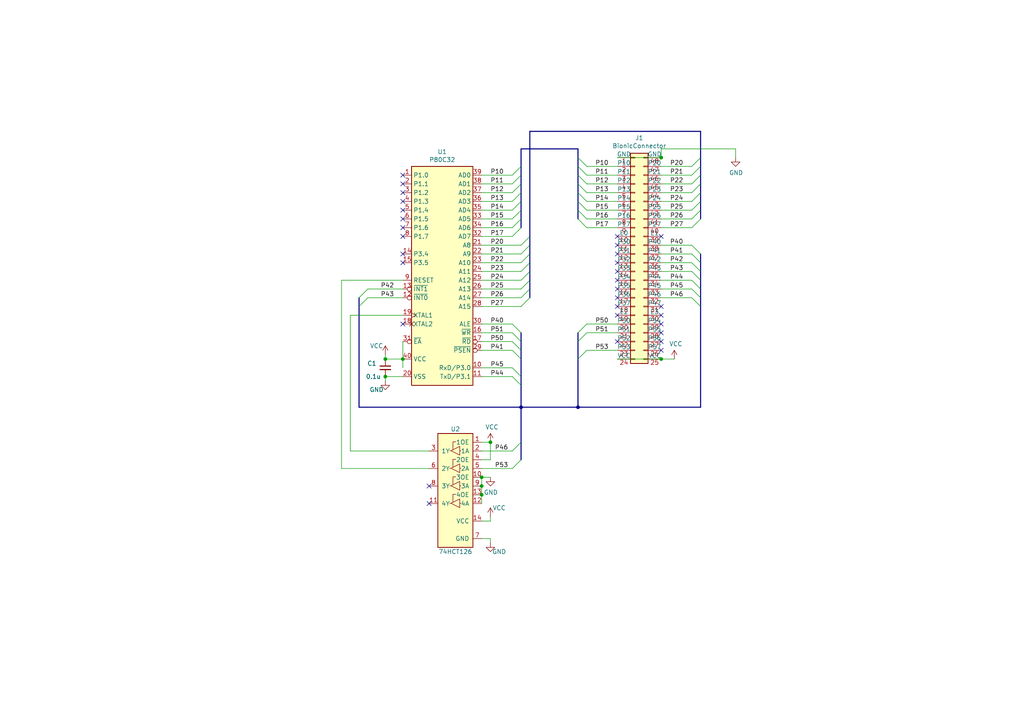
<source format=kicad_sch>
(kicad_sch (version 20211123) (generator eeschema)
  (paper "A4")
  (title_block (title "BionicP8051 Mezzanine") (date "2022-01-18") (rev "1") (company "Tadashi G. Takaoka"))
  (lib_symbols
    (symbol "0-LocalLibrary:74HCT126" (pin_names (offset 1.016))
      (property "Reference" "U" (at 0 16.51 0))
      (property "Value" "74HCT126" (at 0 -19.05 0))
      (symbol "74HCT126_0_1"
        (polyline (pts (xy -1.2954 10.2108) (xy -1.6002 10.2108)))
        (polyline (pts (xy 1.2954 10.2362) (xy 1.651 10.2362)))
        (polyline (pts (xy 0.7112 10.5664) (xy 0.7112 12.827) (xy -0.127 12.827) (xy -0.1016 12.827)))
      )
      (symbol "74HCT126_1_0"
        (polyline (pts (xy 1.27 10.2362) (xy -1.27 11.5062) (xy -1.27 8.9662) (xy 1.27 10.2362)) (stroke (width 0.1524)))
        (pin input line (at -7.62 12.7 0) (length 2.54) (name "1OE") (number "1"))
        (pin input line (at -7.62 2.54 0) (length 2.54) (name "3OE") (number "10"))
        (pin tri_state line (at 7.62 -5.08 180) (length 2.54) (name "4Y") (number "11"))
        (pin input line (at -7.62 -5.08 0) (length 2.54) (name "4A") (number "12"))
        (pin input line (at -7.62 -2.54 0) (length 2.54) (name "4OE") (number "13"))
        (pin power_in line (at -7.62 -10.16 0) (length 2.54) (name "VCC") (number "14"))
        (pin input line (at -7.62 10.16 0) (length 2.54) (name "1A") (number "2"))
        (pin tri_state line (at 7.62 10.16 180) (length 2.54) (name "1Y") (number "3"))
        (pin input line (at -7.62 7.62 0) (length 2.54) (name "2OE") (number "4"))
        (pin input line (at -7.62 5.08 0) (length 2.54) (name "2A") (number "5"))
        (pin tri_state line (at 7.62 5.08 180) (length 2.54) (name "2Y") (number "6"))
        (pin power_in line (at -7.62 -15.24 0) (length 2.54) (name "GND") (number "7"))
        (pin tri_state line (at 7.62 0 180) (length 2.54) (name "3Y") (number "8"))
        (pin input line (at -7.62 0 0) (length 2.54) (name "3A") (number "9"))
      )
      (symbol "74HCT126_1_1"
        (rectangle (start -5.08 15.24) (end 5.08 -17.78) (stroke (width 0.254)) (fill (type background)))
        (polyline (pts (xy -1.2954 -5.0292) (xy -1.6002 -5.0292)))
        (polyline (pts (xy -1.2954 0.0508) (xy -1.6002 0.0508)))
        (polyline (pts (xy -1.2954 5.1308) (xy -1.6002 5.1308)))
        (polyline (pts (xy 1.2954 -5.0038) (xy 1.651 -5.0038)))
        (polyline (pts (xy 1.2954 0.0762) (xy 1.651 0.0762)))
        (polyline (pts (xy 1.2954 5.1562) (xy 1.651 5.1562)))
        (polyline (pts (xy 0.7112 -4.6736) (xy 0.7112 -2.413) (xy -0.127 -2.413) (xy -0.1016 -2.413)))
        (polyline (pts (xy 0.7112 0.4064) (xy 0.7112 2.667) (xy -0.127 2.667) (xy -0.1016 2.667)))
        (polyline (pts (xy 0.7112 5.4864) (xy 0.7112 7.747) (xy -0.127 7.747) (xy -0.1016 7.747)))
        (polyline (pts (xy 1.27 -5.0038) (xy -1.27 -3.7338) (xy -1.27 -6.2738) (xy 1.27 -5.0038)) (stroke (width 0.1524)))
        (polyline (pts (xy 1.27 0.0762) (xy -1.27 1.3462) (xy -1.27 -1.1938) (xy 1.27 0.0762)) (stroke (width 0.1524)))
        (polyline (pts (xy 1.27 5.1562) (xy -1.27 6.4262) (xy -1.27 3.8862) (xy 1.27 5.1562)) (stroke (width 0.1524)))
      )
    )
    (symbol "0-LocalLibrary:BionicConnector" (pin_names (offset 0))
      (property "Reference" "J" (at 1.27 30.48 0))
      (property "Value" "BionicConnector" (at 3.81 33.02 0))
      (symbol "BionicConnector_1_1"
        (rectangle (start -1.27 -30.353) (end 0 -30.607) (stroke (width 0.1524)))
        (rectangle (start -1.27 -27.813) (end 0 -28.067) (stroke (width 0.1524)))
        (rectangle (start -1.27 -25.273) (end 0 -25.527) (stroke (width 0.1524)))
        (rectangle (start -1.27 -22.733) (end 0 -22.987) (stroke (width 0.1524)))
        (rectangle (start -1.27 -20.193) (end 0 -20.447) (stroke (width 0.1524)))
        (rectangle (start -1.27 -17.653) (end 0 -17.907) (stroke (width 0.1524)))
        (rectangle (start -1.27 -15.113) (end 0 -15.367) (stroke (width 0.1524)))
        (rectangle (start -1.27 -12.573) (end 0 -12.827) (stroke (width 0.1524)))
        (rectangle (start -1.27 -10.033) (end 0 -10.287) (stroke (width 0.1524)))
        (rectangle (start -1.27 -7.493) (end 0 -7.747) (stroke (width 0.1524)))
        (rectangle (start -1.27 -4.953) (end 0 -5.207) (stroke (width 0.1524)))
        (rectangle (start -1.27 -2.413) (end 0 -2.667) (stroke (width 0.1524)))
        (rectangle (start -1.27 0.127) (end 0 -0.127) (stroke (width 0.1524)))
        (rectangle (start -1.27 2.667) (end 0 2.413) (stroke (width 0.1524)))
        (rectangle (start -1.27 5.207) (end 0 4.953) (stroke (width 0.1524)))
        (rectangle (start -1.27 7.747) (end 0 7.493) (stroke (width 0.1524)))
        (rectangle (start -1.27 10.287) (end 0 10.033) (stroke (width 0.1524)))
        (rectangle (start -1.27 12.827) (end 0 12.573) (stroke (width 0.1524)))
        (rectangle (start -1.27 15.367) (end 0 15.113) (stroke (width 0.1524)))
        (rectangle (start -1.27 17.907) (end 0 17.653) (stroke (width 0.1524)))
        (rectangle (start -1.27 20.447) (end 0 20.193) (stroke (width 0.1524)))
        (rectangle (start -1.27 22.987) (end 0 22.733) (stroke (width 0.1524)))
        (rectangle (start -1.27 25.527) (end 0 25.273) (stroke (width 0.1524)))
        (rectangle (start -1.27 28.067) (end 0 27.813) (stroke (width 0.1524)))
        (rectangle (start -1.27 29.21) (end 3.81 -31.75) (stroke (width 0.254)) (fill (type background)))
        (rectangle (start 3.81 -30.353) (end 2.54 -30.607) (stroke (width 0.1524)))
        (rectangle (start 3.81 -27.813) (end 2.54 -28.067) (stroke (width 0.1524)))
        (rectangle (start 3.81 -25.273) (end 2.54 -25.527) (stroke (width 0.1524)))
        (rectangle (start 3.81 -22.733) (end 2.54 -22.987) (stroke (width 0.1524)))
        (rectangle (start 3.81 -20.193) (end 2.54 -20.447) (stroke (width 0.1524)))
        (rectangle (start 3.81 -17.653) (end 2.54 -17.907) (stroke (width 0.1524)))
        (rectangle (start 3.81 -15.113) (end 2.54 -15.367) (stroke (width 0.1524)))
        (rectangle (start 3.81 -12.573) (end 2.54 -12.827) (stroke (width 0.1524)))
        (rectangle (start 3.81 -10.033) (end 2.54 -10.287) (stroke (width 0.1524)))
        (rectangle (start 3.81 -7.493) (end 2.54 -7.747) (stroke (width 0.1524)))
        (rectangle (start 3.81 -4.953) (end 2.54 -5.207) (stroke (width 0.1524)))
        (rectangle (start 3.81 -2.413) (end 2.54 -2.667) (stroke (width 0.1524)))
        (rectangle (start 3.81 0.127) (end 2.54 -0.127) (stroke (width 0.1524)))
        (rectangle (start 3.81 2.667) (end 2.54 2.413) (stroke (width 0.1524)))
        (rectangle (start 3.81 5.207) (end 2.54 4.953) (stroke (width 0.1524)))
        (rectangle (start 3.81 7.747) (end 2.54 7.493) (stroke (width 0.1524)))
        (rectangle (start 3.81 10.287) (end 2.54 10.033) (stroke (width 0.1524)))
        (rectangle (start 3.81 12.827) (end 2.54 12.573) (stroke (width 0.1524)))
        (rectangle (start 3.81 15.367) (end 2.54 15.113) (stroke (width 0.1524)))
        (rectangle (start 3.81 17.907) (end 2.54 17.653) (stroke (width 0.1524)))
        (rectangle (start 3.81 20.447) (end 2.54 20.193) (stroke (width 0.1524)))
        (rectangle (start 3.81 22.987) (end 2.54 22.733) (stroke (width 0.1524)))
        (rectangle (start 3.81 25.527) (end 2.54 25.273) (stroke (width 0.1524)))
        (rectangle (start 3.81 28.067) (end 2.54 27.813) (stroke (width 0.1524)))
        (pin power_out line (at -5.08 27.94 0) (length 3.81) (name "GND") (number "1"))
        (pin bidirectional line (at -5.08 5.08 0) (length 3.81) (name "E0") (number "10"))
        (pin bidirectional line (at -5.08 2.54 0) (length 3.81) (name "P30") (number "11"))
        (pin bidirectional line (at -5.08 0 0) (length 3.81) (name "P31") (number "12"))
        (pin bidirectional line (at -5.08 -2.54 0) (length 3.81) (name "P32") (number "13"))
        (pin bidirectional line (at -5.08 -5.08 0) (length 3.81) (name "P33") (number "14"))
        (pin bidirectional line (at -5.08 -7.62 0) (length 3.81) (name "P34") (number "15"))
        (pin bidirectional line (at -5.08 -10.16 0) (length 3.81) (name "P35") (number "16"))
        (pin bidirectional line (at -5.08 -12.7 0) (length 3.81) (name "P36") (number "17"))
        (pin bidirectional line (at -5.08 -15.24 0) (length 3.81) (name "P37") (number "18"))
        (pin bidirectional line (at -5.08 -17.78 0) (length 3.81) (name "E2") (number "19"))
        (pin bidirectional line (at -5.08 25.4 0) (length 3.81) (name "P10") (number "2"))
        (pin bidirectional line (at -5.08 -20.32 0) (length 3.81) (name "P50") (number "20"))
        (pin bidirectional line (at -5.08 -22.86 0) (length 3.81) (name "P51") (number "21"))
        (pin bidirectional line (at -5.08 -25.4 0) (length 3.81) (name "P52") (number "22"))
        (pin bidirectional line (at -5.08 -27.94 0) (length 3.81) (name "P53") (number "23"))
        (pin power_out line (at -5.08 -30.48 0) (length 3.81) (name "VCC") (number "24"))
        (pin power_in line (at 7.62 -30.48 180) (length 3.81) (name "VCC") (number "25"))
        (pin bidirectional line (at 7.62 -27.94 180) (length 3.81) (name "P57") (number "26"))
        (pin bidirectional line (at 7.62 -25.4 180) (length 3.81) (name "P56") (number "27"))
        (pin bidirectional line (at 7.62 -22.86 180) (length 3.81) (name "P55") (number "28"))
        (pin bidirectional line (at 7.62 -20.32 180) (length 3.81) (name "P54") (number "29"))
        (pin bidirectional line (at -5.08 22.86 0) (length 3.81) (name "P11") (number "3"))
        (pin bidirectional line (at 7.62 -17.78 180) (length 3.81) (name "E3") (number "30"))
        (pin bidirectional line (at 7.62 -15.24 180) (length 3.81) (name "P47") (number "31"))
        (pin bidirectional line (at 7.62 -12.7 180) (length 3.81) (name "P46") (number "32"))
        (pin bidirectional line (at 7.62 -10.16 180) (length 3.81) (name "P45") (number "33"))
        (pin bidirectional line (at 7.62 -7.62 180) (length 3.81) (name "P44") (number "34"))
        (pin bidirectional line (at 7.62 -5.08 180) (length 3.81) (name "P43") (number "35"))
        (pin bidirectional line (at 7.62 -2.54 180) (length 3.81) (name "P42") (number "36"))
        (pin bidirectional line (at 7.62 0 180) (length 3.81) (name "P41") (number "37"))
        (pin bidirectional line (at 7.62 2.54 180) (length 3.81) (name "P40") (number "38"))
        (pin bidirectional line (at 7.62 5.08 180) (length 3.81) (name "E1") (number "39"))
        (pin bidirectional line (at -5.08 20.32 0) (length 3.81) (name "P12") (number "4"))
        (pin bidirectional line (at 7.62 7.62 180) (length 3.81) (name "P27") (number "40"))
        (pin bidirectional line (at 7.62 10.16 180) (length 3.81) (name "P26") (number "41"))
        (pin bidirectional line (at 7.62 12.7 180) (length 3.81) (name "P25") (number "42"))
        (pin bidirectional line (at 7.62 15.24 180) (length 3.81) (name "P24") (number "43"))
        (pin bidirectional line (at 7.62 17.78 180) (length 3.81) (name "P23") (number "44"))
        (pin bidirectional line (at 7.62 20.32 180) (length 3.81) (name "P22") (number "45"))
        (pin bidirectional line (at 7.62 22.86 180) (length 3.81) (name "P21") (number "46"))
        (pin bidirectional line (at 7.62 25.4 180) (length 3.81) (name "P20") (number "47"))
        (pin power_in line (at 7.62 27.94 180) (length 3.81) (name "GND") (number "48"))
        (pin bidirectional line (at -5.08 17.78 0) (length 3.81) (name "P13") (number "5"))
        (pin bidirectional line (at -5.08 15.24 0) (length 3.81) (name "P14") (number "6"))
        (pin bidirectional line (at -5.08 12.7 0) (length 3.81) (name "P15") (number "7"))
        (pin bidirectional line (at -5.08 10.16 0) (length 3.81) (name "P16") (number "8"))
        (pin bidirectional line (at -5.08 7.62 0) (length 3.81) (name "P17") (number "9"))
      )
    )
    (symbol "0-LocalLibrary:P80C32"
      (property "Reference" "U" (at -1.27 31.75 0))
      (property "Value" "P80C32" (at 0 -3.81 90))
      (symbol "P80C32_0_1"
        (rectangle (start -8.89 -33.02) (end 8.89 30.48) (stroke (width 0.254)) (fill (type background)))
      )
      (symbol "P80C32_1_1"
        (pin bidirectional line (at -11.43 27.94 0) (length 2.54) (name "P1.0") (number "1"))
        (pin input line (at 11.43 -27.94 180) (length 2.54) (name "RxD/P3.0") (number "10"))
        (pin output line (at 11.43 -30.48 180) (length 2.54) (name "TxD/P3.1") (number "11"))
        (pin input inverted (at -11.43 -7.62 0) (length 2.54) (name "~{INT0}") (number "12"))
        (pin input inverted (at -11.43 -5.08 0) (length 2.54) (name "~{INT1}") (number "13"))
        (pin bidirectional line (at -11.43 5.08 0) (length 2.54) (name "P3.4") (number "14"))
        (pin bidirectional line (at -11.43 2.54 0) (length 2.54) (name "P3.5") (number "15"))
        (pin output line (at 11.43 -17.78 180) (length 2.54) (name "~{WR}") (number "16"))
        (pin output inverted (at 11.43 -20.32 180) (length 2.54) (name "~{RD}") (number "17"))
        (pin input non_logic (at -11.43 -15.24 0) (length 2.54) (name "XTAL2") (number "18"))
        (pin input clock (at -11.43 -12.7 0) (length 2.54) (name "XTAL1") (number "19"))
        (pin bidirectional line (at -11.43 25.4 0) (length 2.54) (name "P1.1") (number "2"))
        (pin power_in line (at -11.43 -30.48 0) (length 2.54) (name "VSS") (number "20"))
        (pin output line (at 11.43 7.62 180) (length 2.54) (name "A8") (number "21"))
        (pin output line (at 11.43 5.08 180) (length 2.54) (name "A9") (number "22"))
        (pin output line (at 11.43 2.54 180) (length 2.54) (name "A10") (number "23"))
        (pin output line (at 11.43 0 180) (length 2.54) (name "A11") (number "24"))
        (pin output line (at 11.43 -2.54 180) (length 2.54) (name "A12") (number "25"))
        (pin output line (at 11.43 -5.08 180) (length 2.54) (name "A13") (number "26"))
        (pin output line (at 11.43 -7.62 180) (length 2.54) (name "A14") (number "27"))
        (pin output line (at 11.43 -10.16 180) (length 2.54) (name "A15") (number "28"))
        (pin output inverted (at 11.43 -22.86 180) (length 2.54) (name "~{PSEN}") (number "29"))
        (pin bidirectional line (at -11.43 22.86 0) (length 2.54) (name "P1.2") (number "3"))
        (pin output line (at 11.43 -15.24 180) (length 2.54) (name "ALE") (number "30"))
        (pin input inverted (at -11.43 -20.32 0) (length 2.54) (name "~{EA}") (number "31"))
        (pin bidirectional line (at 11.43 10.16 180) (length 2.54) (name "AD7") (number "32"))
        (pin bidirectional line (at 11.43 15.24 180) (length 2.54) (name "AD5") (number "33"))
        (pin bidirectional line (at 11.43 12.7 180) (length 2.54) (name "AD6") (number "34"))
        (pin bidirectional line (at 11.43 17.78 180) (length 2.54) (name "AD4") (number "35"))
        (pin bidirectional line (at 11.43 20.32 180) (length 2.54) (name "AD3") (number "36"))
        (pin bidirectional line (at 11.43 22.86 180) (length 2.54) (name "AD2") (number "37"))
        (pin bidirectional line (at 11.43 25.4 180) (length 2.54) (name "AD1") (number "38"))
        (pin bidirectional line (at 11.43 27.94 180) (length 2.54) (name "AD0") (number "39"))
        (pin bidirectional line (at -11.43 20.32 0) (length 2.54) (name "P1.3") (number "4"))
        (pin power_in line (at -11.43 -25.4 0) (length 2.54) (name "VCC") (number "40"))
        (pin bidirectional line (at -11.43 17.78 0) (length 2.54) (name "P1.4") (number "5"))
        (pin bidirectional line (at -11.43 15.24 0) (length 2.54) (name "P1.5") (number "6"))
        (pin bidirectional line (at -11.43 12.7 0) (length 2.54) (name "P1.6") (number "7"))
        (pin bidirectional line (at -11.43 10.16 0) (length 2.54) (name "P1.7") (number "8"))
        (pin input line (at -11.43 -2.54 0) (length 2.54) (name "RESET") (number "9"))
      )
    )
    (symbol "Device:C_Small" (pin_numbers hide) (pin_names (offset 0.254) hide)
      (property "Reference" "C" (at 0.254 1.778 0))
      (property "Value" "C_Small" (at 0.254 -2.032 0))
      (symbol "C_Small_0_1"
        (polyline (pts (xy -1.524 -0.508) (xy 1.524 -0.508)) (stroke (width 0.3302)))
        (polyline (pts (xy -1.524 0.508) (xy 1.524 0.508)) (stroke (width 0.3048)))
      )
      (symbol "C_Small_1_1"
        (pin passive line (at 0 2.54 270) (length 2.032) (name "~") (number "1"))
        (pin passive line (at 0 -2.54 90) (length 2.032) (name "~") (number "2"))
      )
    )
    (symbol "power:GND" (power) (pin_names (offset 0))
      (property "Value" "GND" (at 0 -3.81 0))
      (symbol "GND_0_1"
        (polyline (pts (xy 0 0) (xy 0 -1.27) (xy 1.27 -1.27) (xy 0 -2.54) (xy -1.27 -1.27) (xy 0 -1.27)))
      )
      (symbol "GND_1_1"
        (pin power_in line (at 0 0 270) (length 0) hide (name "GND") (number "1"))
      )
    )
    (symbol "power:VCC" (power) (pin_names (offset 0))
      (property "Value" "VCC" (at 0 3.81 0))
      (symbol "VCC_0_1"
        (polyline (pts (xy -0.762 1.27) (xy 0 2.54)))
        (polyline (pts (xy 0 0) (xy 0 2.54)))
        (polyline (pts (xy 0 2.54) (xy 0.762 1.27)))
      )
      (symbol "VCC_1_1"
        (pin power_in line (at 0 0 90) (length 0) hide (name "VCC") (number "1"))
      )
    )
  )
  (junction (at 142.24 128.27))
  (junction (at 151.13 118.11))
  (junction (at 191.77 104.14))
  (junction (at 116.84 104.14))
  (junction (at 111.76 104.14))
  (junction (at 139.7 143.51))
  (junction (at 139.7 140.97))
  (junction (at 111.76 109.22))
  (junction (at 139.7 138.43))
  (junction (at 191.77 45.72))
  (junction (at 167.64 118.11))
  (no_connect (at 116.84 55.88))
  (no_connect (at 116.84 60.96))
  (no_connect (at 179.07 73.66))
  (no_connect (at 191.77 99.06))
  (no_connect (at 179.07 68.58))
  (no_connect (at 116.84 68.58))
  (no_connect (at 191.77 96.52))
  (no_connect (at 124.46 140.97))
  (no_connect (at 179.07 71.12))
  (no_connect (at 179.07 91.44))
  (no_connect (at 179.07 78.74))
  (no_connect (at 116.84 76.2))
  (no_connect (at 116.84 73.66))
  (no_connect (at 179.07 86.36))
  (no_connect (at 116.84 58.42))
  (no_connect (at 116.84 50.8))
  (no_connect (at 116.84 93.98))
  (no_connect (at 116.84 63.5))
  (no_connect (at 179.07 81.28))
  (no_connect (at 179.07 88.9))
  (no_connect (at 191.77 101.6))
  (no_connect (at 191.77 88.9))
  (no_connect (at 179.07 83.82))
  (no_connect (at 116.84 53.34))
  (no_connect (at 191.77 91.44))
  (no_connect (at 191.77 68.58))
  (no_connect (at 191.77 93.98))
  (no_connect (at 179.07 99.06))
  (no_connect (at 179.07 76.2))
  (no_connect (at 124.46 146.05))
  (no_connect (at 116.84 66.04))
  (bus_entry (at 170.18 50.8) (size -2.54 -2.54))
  (bus_entry (at 153.67 81.28) (size -2.54 2.54))
  (bus_entry (at 148.59 60.96) (size 2.54 -2.54))
  (bus_entry (at 170.18 48.26) (size -2.54 -2.54))
  (bus_entry (at 203.2 45.72) (size -2.54 2.54))
  (bus_entry (at 148.59 96.52) (size 2.54 2.54))
  (bus_entry (at 106.68 86.36) (size -2.54 2.54))
  (bus_entry (at 153.67 76.2) (size -2.54 2.54))
  (bus_entry (at 200.66 81.28) (size 2.54 2.54))
  (bus_entry (at 170.18 53.34) (size -2.54 -2.54))
  (bus_entry (at 148.59 58.42) (size 2.54 -2.54))
  (bus_entry (at 153.67 73.66) (size -2.54 2.54))
  (bus_entry (at 203.2 50.8) (size -2.54 2.54))
  (bus_entry (at 200.66 76.2) (size 2.54 2.54))
  (bus_entry (at 170.18 66.04) (size -2.54 -2.54))
  (bus_entry (at 148.59 50.8) (size 2.54 -2.54))
  (bus_entry (at 170.18 93.98) (size -2.54 2.54))
  (bus_entry (at 203.2 55.88) (size -2.54 2.54))
  (bus_entry (at 153.67 78.74) (size -2.54 2.54))
  (bus_entry (at 200.66 78.74) (size 2.54 2.54))
  (bus_entry (at 148.59 53.34) (size 2.54 -2.54))
  (bus_entry (at 148.59 106.68) (size 2.54 2.54))
  (bus_entry (at 153.67 83.82) (size -2.54 2.54))
  (bus_entry (at 148.59 99.06) (size 2.54 2.54))
  (bus_entry (at 148.59 55.88) (size 2.54 -2.54))
  (bus_entry (at 148.59 93.98) (size 2.54 2.54))
  (bus_entry (at 148.59 101.6) (size 2.54 2.54))
  (bus_entry (at 170.18 96.52) (size -2.54 2.54))
  (bus_entry (at 148.59 66.04) (size 2.54 -2.54))
  (bus_entry (at 148.59 63.5) (size 2.54 -2.54))
  (bus_entry (at 203.2 63.5) (size -2.54 2.54))
  (bus_entry (at 148.59 68.58) (size 2.54 -2.54))
  (bus_entry (at 148.59 109.22) (size 2.54 2.54))
  (bus_entry (at 200.66 86.36) (size 2.54 2.54))
  (bus_entry (at 151.13 133.35) (size -2.54 2.54))
  (bus_entry (at 153.67 86.36) (size -2.54 2.54))
  (bus_entry (at 200.66 71.12) (size 2.54 2.54))
  (bus_entry (at 203.2 53.34) (size -2.54 2.54))
  (bus_entry (at 170.18 60.96) (size -2.54 -2.54))
  (bus_entry (at 151.13 128.27) (size -2.54 2.54))
  (bus_entry (at 203.2 58.42) (size -2.54 2.54))
  (bus_entry (at 153.67 71.12) (size -2.54 2.54))
  (bus_entry (at 200.66 73.66) (size 2.54 2.54))
  (bus_entry (at 170.18 55.88) (size -2.54 -2.54))
  (bus_entry (at 203.2 48.26) (size -2.54 2.54))
  (bus_entry (at 153.67 68.58) (size -2.54 2.54))
  (bus_entry (at 106.68 83.82) (size -2.54 2.54))
  (bus_entry (at 170.18 101.6) (size -2.54 2.54))
  (bus_entry (at 170.18 58.42) (size -2.54 -2.54))
  (bus_entry (at 203.2 60.96) (size -2.54 2.54))
  (bus_entry (at 200.66 83.82) (size 2.54 2.54))
  (bus_entry (at 170.18 63.5) (size -2.54 -2.54))
  (wire (pts (xy 191.77 81.28) (xy 200.66 81.28)))
  (wire (pts (xy 111.76 109.22) (xy 116.84 109.22)))
  (bus (pts (xy 151.13 101.6) (xy 151.13 104.14)))
  (bus (pts (xy 153.67 71.12) (xy 153.67 73.66)))
  (bus (pts (xy 203.2 58.42) (xy 203.2 60.96)))
  (wire (pts (xy 191.77 78.74) (xy 200.66 78.74)))
  (bus (pts (xy 203.2 55.88) (xy 203.2 58.42)))
  (wire (pts (xy 139.7 143.51) (xy 139.7 146.05)))
  (bus (pts (xy 151.13 43.18) (xy 151.13 48.26)))
  (bus (pts (xy 151.13 50.8) (xy 151.13 53.34)))
  (wire (pts (xy 191.77 104.14) (xy 195.58 104.14)))
  (wire (pts (xy 139.7 138.43) (xy 142.24 138.43)))
  (wire (pts (xy 179.07 50.8) (xy 170.18 50.8)))
  (wire (pts (xy 191.77 58.42) (xy 200.66 58.42)))
  (bus (pts (xy 167.64 118.11) (xy 151.13 118.11)))
  (bus (pts (xy 151.13 60.96) (xy 151.13 63.5)))
  (wire (pts (xy 179.07 53.34) (xy 170.18 53.34)))
  (wire (pts (xy 139.7 101.6) (xy 148.59 101.6)))
  (bus (pts (xy 151.13 43.18) (xy 167.64 43.18)))
  (bus (pts (xy 167.64 99.06) (xy 167.64 104.14)))
  (wire (pts (xy 139.7 73.66) (xy 151.13 73.66)))
  (wire (pts (xy 148.59 106.68) (xy 139.7 106.68)))
  (wire (pts (xy 139.7 78.74) (xy 151.13 78.74)))
  (wire (pts (xy 101.6 130.81) (xy 101.6 91.44)))
  (wire (pts (xy 139.7 138.43) (xy 139.7 140.97)))
  (wire (pts (xy 139.7 140.97) (xy 139.7 143.51)))
  (wire (pts (xy 116.84 99.06) (xy 116.84 104.14)))
  (wire (pts (xy 111.76 104.14) (xy 116.84 104.14)))
  (wire (pts (xy 142.24 157.48) (xy 142.24 156.21)))
  (bus (pts (xy 167.64 104.14) (xy 167.64 118.11)))
  (bus (pts (xy 203.2 38.1) (xy 203.2 45.72)))
  (wire (pts (xy 191.77 53.34) (xy 200.66 53.34)))
  (wire (pts (xy 139.7 93.98) (xy 148.59 93.98)))
  (wire (pts (xy 170.18 93.98) (xy 179.07 93.98)))
  (wire (pts (xy 191.77 83.82) (xy 200.66 83.82)))
  (bus (pts (xy 203.2 50.8) (xy 203.2 53.34)))
  (wire (pts (xy 179.07 45.72) (xy 191.77 45.72)))
  (wire (pts (xy 111.76 110.49) (xy 111.76 109.22)))
  (bus (pts (xy 203.2 60.96) (xy 203.2 63.5)))
  (bus (pts (xy 167.64 58.42) (xy 167.64 60.96)))
  (wire (pts (xy 139.7 66.04) (xy 148.59 66.04)))
  (bus (pts (xy 153.67 68.58) (xy 153.67 71.12)))
  (wire (pts (xy 139.7 133.35) (xy 142.24 133.35)))
  (wire (pts (xy 116.84 83.82) (xy 106.68 83.82)))
  (bus (pts (xy 203.2 88.9) (xy 203.2 118.11)))
  (wire (pts (xy 139.7 135.89) (xy 148.59 135.89)))
  (bus (pts (xy 151.13 58.42) (xy 151.13 60.96)))
  (wire (pts (xy 139.7 71.12) (xy 151.13 71.12)))
  (bus (pts (xy 167.64 43.18) (xy 167.64 45.72)))
  (wire (pts (xy 139.7 81.28) (xy 151.13 81.28)))
  (wire (pts (xy 200.66 73.66) (xy 191.77 73.66)))
  (bus (pts (xy 151.13 96.52) (xy 151.13 99.06)))
  (bus (pts (xy 104.14 86.36) (xy 104.14 88.9)))
  (bus (pts (xy 153.67 83.82) (xy 153.67 86.36)))
  (wire (pts (xy 179.07 55.88) (xy 170.18 55.88)))
  (wire (pts (xy 179.07 63.5) (xy 170.18 63.5)))
  (wire (pts (xy 191.77 50.8) (xy 200.66 50.8)))
  (bus (pts (xy 151.13 128.27) (xy 151.13 133.35)))
  (wire (pts (xy 148.59 99.06) (xy 139.7 99.06)))
  (wire (pts (xy 191.77 43.18) (xy 191.77 45.72)))
  (wire (pts (xy 179.07 66.04) (xy 170.18 66.04)))
  (wire (pts (xy 179.07 60.96) (xy 170.18 60.96)))
  (wire (pts (xy 191.77 71.12) (xy 200.66 71.12)))
  (bus (pts (xy 203.2 53.34) (xy 203.2 55.88)))
  (wire (pts (xy 139.7 96.52) (xy 148.59 96.52)))
  (bus (pts (xy 167.64 53.34) (xy 167.64 55.88)))
  (wire (pts (xy 139.7 60.96) (xy 148.59 60.96)))
  (bus (pts (xy 203.2 86.36) (xy 203.2 88.9)))
  (bus (pts (xy 151.13 53.34) (xy 151.13 55.88)))
  (wire (pts (xy 139.7 86.36) (xy 151.13 86.36)))
  (wire (pts (xy 116.84 86.36) (xy 106.68 86.36)))
  (bus (pts (xy 167.64 60.96) (xy 167.64 63.5)))
  (wire (pts (xy 191.77 60.96) (xy 200.66 60.96)))
  (wire (pts (xy 139.7 88.9) (xy 151.13 88.9)))
  (wire (pts (xy 139.7 76.2) (xy 151.13 76.2)))
  (wire (pts (xy 139.7 53.34) (xy 148.59 53.34)))
  (wire (pts (xy 142.24 151.13) (xy 142.24 149.86)))
  (bus (pts (xy 153.67 78.74) (xy 153.67 81.28)))
  (bus (pts (xy 203.2 38.1) (xy 153.67 38.1)))
  (wire (pts (xy 170.18 101.6) (xy 179.07 101.6)))
  (bus (pts (xy 203.2 48.26) (xy 203.2 50.8)))
  (bus (pts (xy 104.14 118.11) (xy 151.13 118.11)))
  (wire (pts (xy 191.77 43.18) (xy 213.36 43.18)))
  (bus (pts (xy 203.2 81.28) (xy 203.2 83.82)))
  (bus (pts (xy 203.2 45.72) (xy 203.2 48.26)))
  (wire (pts (xy 139.7 130.81) (xy 148.59 130.81)))
  (bus (pts (xy 167.64 96.52) (xy 167.64 99.06)))
  (wire (pts (xy 99.06 81.28) (xy 116.84 81.28)))
  (bus (pts (xy 104.14 88.9) (xy 104.14 118.11)))
  (bus (pts (xy 151.13 63.5) (xy 151.13 66.04)))
  (wire (pts (xy 99.06 135.89) (xy 124.46 135.89)))
  (bus (pts (xy 153.67 73.66) (xy 153.67 76.2)))
  (wire (pts (xy 191.77 48.26) (xy 200.66 48.26)))
  (wire (pts (xy 139.7 55.88) (xy 148.59 55.88)))
  (wire (pts (xy 179.07 96.52) (xy 170.18 96.52)))
  (wire (pts (xy 111.76 104.14) (xy 111.76 102.87)))
  (wire (pts (xy 139.7 128.27) (xy 142.24 128.27)))
  (bus (pts (xy 151.13 48.26) (xy 151.13 50.8)))
  (wire (pts (xy 142.24 128.27) (xy 142.24 133.35)))
  (bus (pts (xy 153.67 38.1) (xy 153.67 68.58)))
  (wire (pts (xy 139.7 156.21) (xy 142.24 156.21)))
  (bus (pts (xy 167.64 50.8) (xy 167.64 53.34)))
  (bus (pts (xy 153.67 81.28) (xy 153.67 83.82)))
  (bus (pts (xy 203.2 78.74) (xy 203.2 81.28)))
  (bus (pts (xy 153.67 76.2) (xy 153.67 78.74)))
  (bus (pts (xy 167.64 45.72) (xy 167.64 48.26)))
  (wire (pts (xy 139.7 83.82) (xy 151.13 83.82)))
  (wire (pts (xy 116.84 104.14) (xy 116.84 106.68)))
  (bus (pts (xy 203.2 73.66) (xy 203.2 76.2)))
  (wire (pts (xy 179.07 58.42) (xy 170.18 58.42)))
  (bus (pts (xy 151.13 55.88) (xy 151.13 58.42)))
  (wire (pts (xy 99.06 81.28) (xy 99.06 135.89)))
  (wire (pts (xy 191.77 66.04) (xy 200.66 66.04)))
  (bus (pts (xy 203.2 118.11) (xy 167.64 118.11)))
  (wire (pts (xy 142.24 151.13) (xy 139.7 151.13)))
  (wire (pts (xy 191.77 55.88) (xy 200.66 55.88)))
  (wire (pts (xy 139.7 63.5) (xy 148.59 63.5)))
  (wire (pts (xy 179.07 104.14) (xy 191.77 104.14)))
  (wire (pts (xy 139.7 68.58) (xy 148.59 68.58)))
  (wire (pts (xy 139.7 50.8) (xy 148.59 50.8)))
  (wire (pts (xy 139.7 58.42) (xy 148.59 58.42)))
  (bus (pts (xy 167.64 55.88) (xy 167.64 58.42)))
  (bus (pts (xy 203.2 76.2) (xy 203.2 78.74)))
  (bus (pts (xy 203.2 83.82) (xy 203.2 86.36)))
  (wire (pts (xy 191.77 63.5) (xy 200.66 63.5)))
  (wire (pts (xy 191.77 86.36) (xy 200.66 86.36)))
  (wire (pts (xy 179.07 48.26) (xy 170.18 48.26)))
  (bus (pts (xy 151.13 111.76) (xy 151.13 118.11)))
  (wire (pts (xy 139.7 109.22) (xy 148.59 109.22)))
  (wire (pts (xy 124.46 130.81) (xy 101.6 130.81)))
  (bus (pts (xy 151.13 99.06) (xy 151.13 101.6)))
  (wire (pts (xy 101.6 91.44) (xy 116.84 91.44)))
  (bus (pts (xy 151.13 118.11) (xy 151.13 128.27)))
  (bus (pts (xy 151.13 104.14) (xy 151.13 109.22)))
  (bus (pts (xy 167.64 48.26) (xy 167.64 50.8)))
  (bus (pts (xy 151.13 109.22) (xy 151.13 111.76)))
  (wire (pts (xy 213.36 43.18) (xy 213.36 45.72)))
  (wire (pts (xy 191.77 76.2) (xy 200.66 76.2)))
  (label "P16" (at 142.24 66.04 0))
  (label "P46" (at 143.51 130.81 0))
  (label "P50" (at 176.53 93.98 180))
  (label "P10" (at 176.53 48.26 180))
  (label "P46" (at 194.31 86.36 0))
  (label "P53" (at 143.51 135.89 0))
  (label "P11" (at 142.24 53.34 0))
  (label "P51" (at 176.53 96.52 180))
  (label "P45" (at 194.31 83.82 0))
  (label "P15" (at 176.53 60.96 180))
  (label "P27" (at 194.31 66.04 0))
  (label "P44" (at 142.24 109.22 0))
  (label "P43" (at 114.3 86.36 180))
  (label "P14" (at 142.24 60.96 0))
  (label "P43" (at 194.31 78.74 0))
  (label "P45" (at 142.24 106.68 0))
  (label "P16" (at 176.53 63.5 180))
  (label "P22" (at 194.31 53.34 0))
  (label "P27" (at 142.24 88.9 0))
  (label "P10" (at 142.24 50.8 0))
  (label "P13" (at 142.24 58.42 0))
  (label "P51" (at 142.24 96.52 0))
  (label "P26" (at 142.24 86.36 0))
  (label "P12" (at 176.53 53.34 180))
  (label "P40" (at 194.31 71.12 0))
  (label "P25" (at 142.24 83.82 0))
  (label "P22" (at 142.24 76.2 0))
  (label "P17" (at 176.53 66.04 180))
  (label "P23" (at 142.24 78.74 0))
  (label "P25" (at 194.31 60.96 0))
  (label "P15" (at 142.24 63.5 0))
  (label "P44" (at 194.31 81.28 0))
  (label "P23" (at 194.31 55.88 0))
  (label "P42" (at 114.3 83.82 180))
  (label "P53" (at 176.53 101.6 180))
  (label "P42" (at 194.31 76.2 0))
  (label "P17" (at 142.24 68.58 0))
  (label "P26" (at 194.31 63.5 0))
  (label "P41" (at 142.24 101.6 0))
  (label "P12" (at 142.24 55.88 0))
  (label "P24" (at 142.24 81.28 0))
  (label "P11" (at 176.53 50.8 180))
  (label "P14" (at 176.53 58.42 180))
  (label "P20" (at 194.31 48.26 0))
  (label "P20" (at 142.24 71.12 0))
  (label "P21" (at 142.24 73.66 0))
  (label "P40" (at 142.24 93.98 0))
  (label "P41" (at 194.31 73.66 0))
  (label "P21" (at 194.31 50.8 0))
  (label "P50" (at 142.24 99.06 0))
  (label "P24" (at 194.31 58.42 0))
  (label "P13" (at 176.53 55.88 180))
  (symbol (lib_id "power:VCC") (at -1352.55 -1136.65 0) (unit 1)
    (property "Reference" "#PWR01" (effects hide))
    (property "Value" "VCC" (at -1352.1182 -1141.0442 0))
  )
  (symbol (lib_id "power:VCC") (at 111.76 102.87 0) (mirror y) (unit 1)
    (property "Reference" "#PWR03" (effects hide))
    (property "Value" "VCC" (at 109.22 100.33 0))
  )
  (symbol (lib_id "power:GND") (at 111.76 110.49 0) (mirror y) (unit 1)
    (property "Reference" "#PWR04" (effects hide))
    (property "Value" "GND" (at 109.22 113.03 0))
  )
  (symbol (lib_id "Device:C_Small") (at 111.76 106.68 0) (mirror y) (unit 1)
    (property "Reference" "C1" (at 109.22 105.41 0) (effects (justify left)))
    (property "Value" "0.1u" (at 110.49 109.22 0) (effects (justify left)))
    (property "Footprint" "Capacitor_THT:C_Disc_D3.4mm_W2.1mm_P2.50mm" (effects hide))
  )
  (symbol (lib_id "0-LocalLibrary:74HCT126") (at 132.08 140.97 0) (mirror y) (unit 1)
    (property "Reference" "U2" (at 132.08 124.46 0))
    (property "Value" "74HCT126" (at 132.08 160.02 0))
    (property "Footprint" "Package_DIP:DIP-14_W7.62mm" (effects hide))
    (property "Datasheet" "https://www.ti.com/lit/ds/symlink/cd74hct126.pdf" (effects hide))
  )
  (symbol (lib_id "power:VCC") (at 142.24 149.86 0) (unit 1)
    (property "Reference" "#PWR07" (effects hide))
    (property "Value" "VCC" (at 144.78 147.32 0))
  )
  (symbol (lib_id "power:GND") (at 142.24 157.48 0) (unit 1)
    (property "Reference" "#PWR08" (effects hide))
    (property "Value" "GND" (at 144.78 160.02 0))
  )
  (symbol (lib_id "power:VCC") (at 142.24 128.27 0) (unit 1)
    (property "Reference" "#PWR02" (effects hide))
    (property "Value" "VCC" (at 142.6718 123.8758 0))
  )
  (symbol (lib_id "power:GND") (at 142.24 138.43 0) (unit 1)
    (property "Reference" "#PWR06" (effects hide))
    (property "Value" "GND" (at 142.367 142.8242 0))
  )
  (symbol (lib_id "power:GND") (at 213.36 45.72 0) (unit 1)
    (property "Reference" "#PWR0101" (effects hide))
    (property "Value" "GND" (at 213.487 50.1142 0))
  )
  (symbol (lib_id "power:VCC") (at 195.58 104.14 0) (unit 1)
    (property "Reference" "#PWR0102" (effects hide))
    (property "Value" "VCC" (at 196.0118 99.7458 0))
  )
  (symbol (lib_id "0-LocalLibrary:P80C32") (at 128.27 78.74 0) (unit 1)
    (property "Reference" "U1" (at 128.27 44.0182 0))
    (property "Value" "P80C32" (at 128.27 46.3296 0))
    (property "Footprint" "Package_DIP:DIP-40_W15.24mm" (effects hide))
    (property "Datasheet" "https://datasheetspdf.com/pdf-file/496810/AMD/P8051/1" (effects hide))
  )
  (symbol (lib_id "0-LocalLibrary:BionicConnector") (at 184.15 73.66 0) (unit 1)
    (property "Reference" "J1" (at 185.42 40.005 0))
    (property "Value" "BionicConnector" (at 185.42 42.3164 0))
    (property "Footprint" "0-LocalLibrary:DIP-48_W7.62mm" (effects hide))
    (property "Datasheet" "https://www.arieselec.com/wp-content/uploads/2020/02/10001-universal-dip-zif-test-socket.pdf" (effects hide))
  )
)
</source>
